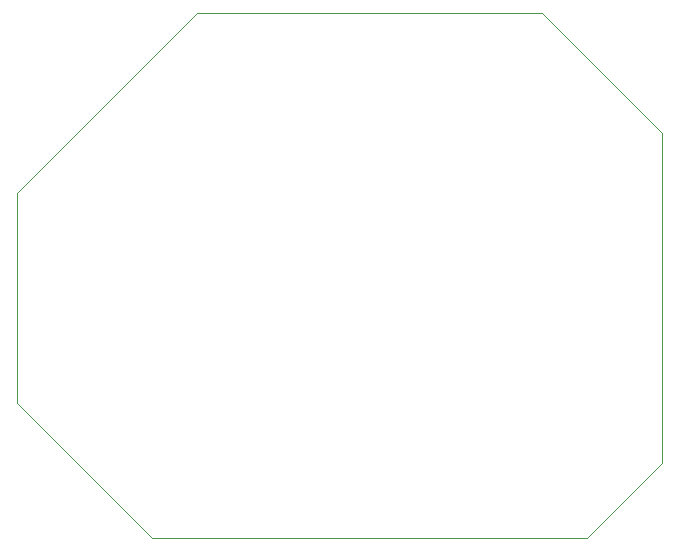
<source format=gbr>
%TF.GenerationSoftware,KiCad,Pcbnew,4.0.7-e2-6376~58~ubuntu16.04.1*%
%TF.CreationDate,2018-01-06T23:49:33+01:00*%
%TF.ProjectId,Receiver_module,52656365697665725F6D6F64756C652E,rev?*%
%TF.FileFunction,Profile,NP*%
%FSLAX46Y46*%
G04 Gerber Fmt 4.6, Leading zero omitted, Abs format (unit mm)*
G04 Created by KiCad (PCBNEW 4.0.7-e2-6376~58~ubuntu16.04.1) date Sat Jan  6 23:49:33 2018*
%MOMM*%
%LPD*%
G01*
G04 APERTURE LIST*
%ADD10C,0.100000*%
G04 APERTURE END LIST*
D10*
X130810000Y-121920000D02*
X130810000Y-119380000D01*
X124460000Y-128270000D02*
X130810000Y-121920000D01*
X121920000Y-128270000D02*
X124460000Y-128270000D01*
X76200000Y-116840000D02*
X76200000Y-99060000D01*
X87630000Y-128270000D02*
X76200000Y-116840000D01*
X90170000Y-128270000D02*
X87630000Y-128270000D01*
X121920000Y-128270000D02*
X90170000Y-128270000D01*
X130810000Y-93980000D02*
X130810000Y-119380000D01*
X120650000Y-83820000D02*
X130810000Y-93980000D01*
X91440000Y-83820000D02*
X120650000Y-83820000D01*
X76200000Y-99060000D02*
X91440000Y-83820000D01*
M02*

</source>
